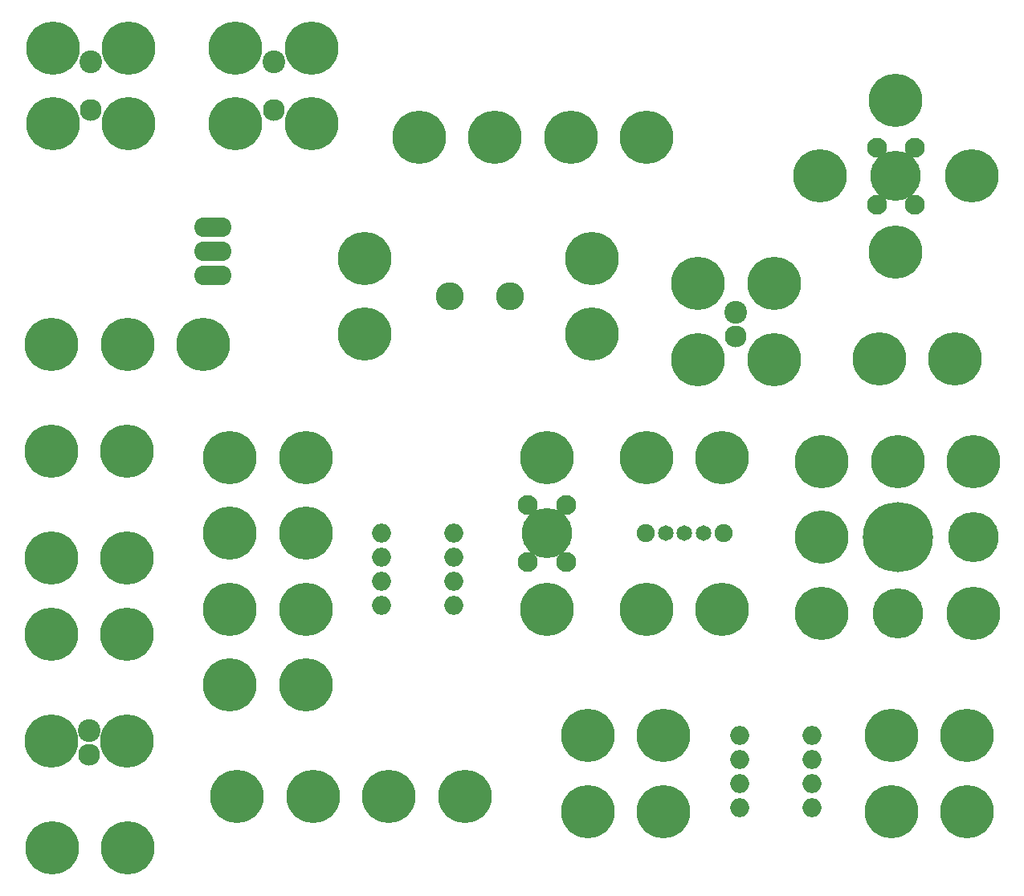
<source format=gbs>
G04 #@! TF.FileFunction,Soldermask,Bot*
%FSLAX46Y46*%
G04 Gerber Fmt 4.6, Leading zero omitted, Abs format (unit mm)*
G04 Created by KiCad (PCBNEW 4.0.1-3.201512221402+6198~38~ubuntu14.04.1-stable) date Tue 16 Feb 2016 12:41:40 PM PST*
%MOMM*%
G01*
G04 APERTURE LIST*
%ADD10C,0.100000*%
%ADD11C,5.630000*%
%ADD12C,1.650000*%
%ADD13C,1.900000*%
%ADD14O,3.900120X2.099260*%
%ADD15C,7.400000*%
%ADD16C,5.280000*%
%ADD17C,2.400000*%
%ADD18C,2.300000*%
%ADD19O,2.000000X2.000000*%
%ADD20C,2.100000*%
%ADD21C,2.950000*%
G04 APERTURE END LIST*
D10*
D11*
X95968000Y-78968000D03*
X103968000Y-94968000D03*
D12*
X99968000Y-86968000D03*
X101968000Y-86968000D03*
X97968000Y-86968000D03*
D13*
X95868000Y-86968000D03*
X104068000Y-86968000D03*
D11*
X103968000Y-78968000D03*
X95968000Y-94968000D03*
D14*
X50275000Y-57250000D03*
X50275000Y-59790000D03*
X50275000Y-54710000D03*
D11*
X33275000Y-67050000D03*
X49275000Y-67050000D03*
X41275000Y-67050000D03*
D15*
X122434000Y-87366000D03*
D11*
X122434000Y-79366000D03*
X130434000Y-95366000D03*
X130434000Y-79366000D03*
X114434000Y-79366000D03*
X114434000Y-95366000D03*
D16*
X130434000Y-87366000D03*
X122434000Y-95366000D03*
D11*
X114434000Y-87366000D03*
X33285000Y-120145000D03*
X41285000Y-120145000D03*
X33205000Y-97590000D03*
X33205000Y-89590000D03*
X41205000Y-89590000D03*
X41205000Y-97590000D03*
D17*
X37205000Y-107740000D03*
D18*
X37205000Y-110280000D03*
D11*
X33205000Y-108860000D03*
X41205000Y-108860000D03*
D17*
X105400000Y-63632000D03*
D18*
X105400000Y-66172000D03*
D11*
X101400000Y-68632000D03*
X101400000Y-60632000D03*
X109400000Y-60632000D03*
X109400000Y-68632000D03*
X33205000Y-78320000D03*
X41205000Y-78320000D03*
X120510000Y-68570000D03*
X128510000Y-68570000D03*
X96000000Y-45215000D03*
X88000000Y-45215000D03*
X80000000Y-45215000D03*
X72000000Y-45215000D03*
D19*
X105780000Y-108318000D03*
X105780000Y-110858000D03*
X105780000Y-113398000D03*
X105780000Y-115938000D03*
X113400000Y-115938000D03*
X113400000Y-113398000D03*
X113400000Y-110858000D03*
X113400000Y-108318000D03*
D11*
X97780000Y-116318000D03*
X97780000Y-108318000D03*
X89780000Y-108318000D03*
X89780000Y-116318000D03*
X121780000Y-108318000D03*
X121780000Y-116318000D03*
X129780000Y-116318000D03*
X129780000Y-108318000D03*
D19*
X68066000Y-86980000D03*
X68066000Y-89520000D03*
X68066000Y-92060000D03*
X68066000Y-94600000D03*
X75686000Y-94600000D03*
X75686000Y-92060000D03*
X75686000Y-89520000D03*
X75686000Y-86980000D03*
D11*
X52066000Y-102980000D03*
X52066000Y-86980000D03*
X52066000Y-78980000D03*
X52066000Y-94980000D03*
X60066000Y-86980000D03*
X60066000Y-102980000D03*
X60066000Y-94980000D03*
X60066000Y-78980000D03*
X68824000Y-114672000D03*
X60824000Y-114672000D03*
X52824000Y-114672000D03*
X76824000Y-114672000D03*
D20*
X124244200Y-46296600D03*
X124244200Y-52296600D03*
X120244200Y-46296600D03*
X120244200Y-52296600D03*
D16*
X122230000Y-49290000D03*
D11*
X114230000Y-49290000D03*
X122230000Y-57290000D03*
X122230000Y-41290000D03*
X130230000Y-49290000D03*
D17*
X37380000Y-37280000D03*
D18*
X37380000Y-42280000D03*
D11*
X33380000Y-43780000D03*
X33380000Y-35780000D03*
X41380000Y-35780000D03*
X41380000Y-43780000D03*
D17*
X56650000Y-37280000D03*
D18*
X56650000Y-42280000D03*
D11*
X52650000Y-43780000D03*
X52650000Y-35780000D03*
X60650000Y-35780000D03*
X60650000Y-43780000D03*
D20*
X87474200Y-83974600D03*
X87474200Y-89974600D03*
X83474200Y-83974600D03*
X83474200Y-89974600D03*
D16*
X85460000Y-86968000D03*
D11*
X85460000Y-94968000D03*
X85460000Y-78968000D03*
D21*
X81582000Y-61976000D03*
D11*
X66232000Y-57976000D03*
X90232000Y-65976000D03*
X66232000Y-65976000D03*
X90232000Y-57976000D03*
D21*
X75232000Y-61976000D03*
M02*

</source>
